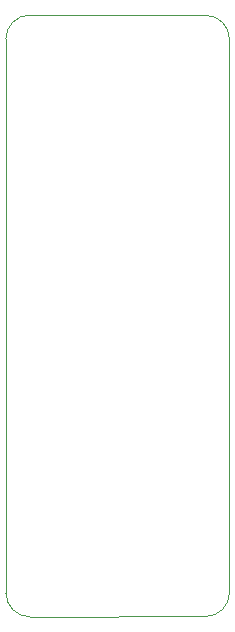
<source format=gbr>
%TF.GenerationSoftware,KiCad,Pcbnew,8.0.2*%
%TF.CreationDate,2025-03-09T15:07:14+01:00*%
%TF.ProjectId,ledPcb,6c656450-6362-42e6-9b69-6361645f7063,rev?*%
%TF.SameCoordinates,Original*%
%TF.FileFunction,Profile,NP*%
%FSLAX46Y46*%
G04 Gerber Fmt 4.6, Leading zero omitted, Abs format (unit mm)*
G04 Created by KiCad (PCBNEW 8.0.2) date 2025-03-09 15:07:14*
%MOMM*%
%LPD*%
G01*
G04 APERTURE LIST*
%TA.AperFunction,Profile*%
%ADD10C,0.050000*%
%TD*%
G04 APERTURE END LIST*
D10*
X123031000Y-116459000D02*
X137954000Y-116443000D01*
X121031000Y-67532000D02*
G75*
G02*
X123031000Y-65532000I2000000J0D01*
G01*
X139954000Y-114443000D02*
X139954000Y-67548000D01*
X123031000Y-116459000D02*
G75*
G02*
X121031000Y-114459000I0J2000000D01*
G01*
X121031000Y-67532000D02*
X121031000Y-114459000D01*
X139954000Y-114443000D02*
G75*
G02*
X137954000Y-116443000I-2000000J0D01*
G01*
X137954000Y-65548000D02*
X123031000Y-65532000D01*
X137954000Y-65548000D02*
G75*
G02*
X139954000Y-67548000I0J-2000000D01*
G01*
M02*

</source>
